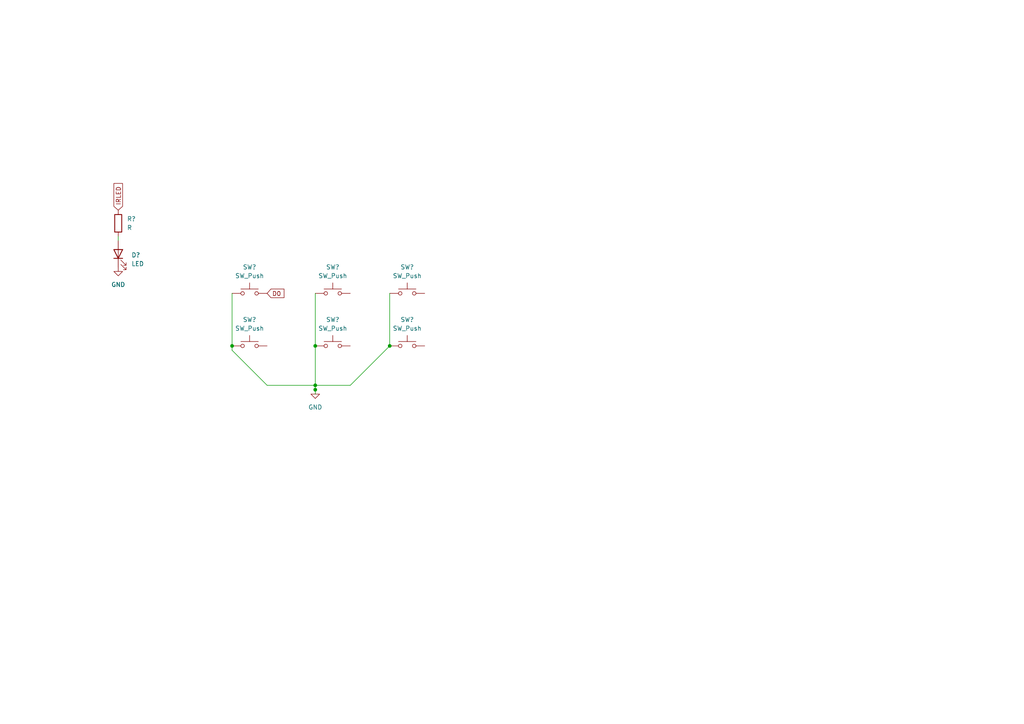
<source format=kicad_sch>
(kicad_sch (version 20231120) (generator "eeschema") (generator_version "8.0")
  (paper "A4")
  (lib_symbols
    (symbol "Device:LED" (pin_numbers hide) (pin_names (offset 1.016) hide)
      (property "Reference" "D" (at 0 2.54 0))
      (property "Value" "LED" (at 0 -2.54 0))
      (symbol "LED_0_1"
        (polyline (pts (xy -1.27 -1.27) (xy -1.27 1.27)) (stroke (width 0.254)))
        (polyline (pts (xy -1.27 0) (xy 1.27 0)))
        (polyline (pts (xy 1.27 -1.27) (xy 1.27 1.27) (xy -1.27 0) (xy 1.27 -1.27)) (stroke (width 0.254)))
        (polyline (pts (xy -3.048 -0.762) (xy -4.572 -2.286) (xy -3.81 -2.286) (xy -4.572 -2.286) (xy -4.572 -1.524)))
        (polyline (pts (xy -1.778 -0.762) (xy -3.302 -2.286) (xy -2.54 -2.286) (xy -3.302 -2.286) (xy -3.302 -1.524)))
      )
      (symbol "LED_1_1"
        (pin passive line (at -3.81 0 0) (length 2.54) (name "K") (number "1"))
        (pin passive line (at 3.81 0 180) (length 2.54) (name "A") (number "2"))
      )
    )
    (symbol "Device:R" (pin_numbers hide) (pin_names (offset 0))
      (property "Reference" "R" (at 2.032 0 90))
      (property "Value" "R" (at 0 0 90))
      (symbol "R_0_1"
        (rectangle (start -1.016 -2.54) (end 1.016 2.54) (stroke (width 0.254)))
      )
      (symbol "R_1_1"
        (pin passive line (at 0 3.81 270) (length 1.27) (name "~") (number "1"))
        (pin passive line (at 0 -3.81 90) (length 1.27) (name "~") (number "2"))
      )
    )
    (symbol "Switch:SW_Push" (pin_numbers hide) (pin_names (offset 1.016) hide)
      (property "Reference" "SW" (at 1.27 2.54 0))
      (property "Value" "SW_Push" (at 0 -1.524 0))
      (symbol "SW_Push_0_1"
        (circle (center -2.032 0) (radius 0.508))
        (polyline (pts (xy 0 1.27) (xy 0 3.048)))
        (polyline (pts (xy 2.54 1.27) (xy -2.54 1.27)))
        (circle (center 2.032 0) (radius 0.508))
        (pin passive line (at -5.08 0 0) (length 2.54) (name "1") (number "1"))
        (pin passive line (at 5.08 0 180) (length 2.54) (name "2") (number "2"))
      )
    )
    (symbol "power:GND" (power) (pin_numbers hide) (pin_names (offset 0) hide)
      (property "Value" "GND" (at 0 -3.81 0))
      (symbol "GND_0_1"
        (polyline (pts (xy 0 0) (xy 0 -1.27) (xy 1.27 -1.27) (xy 0 -2.54) (xy -1.27 -1.27) (xy 0 -1.27)))
      )
      (symbol "GND_1_1"
        (pin power_in line (at 0 0 270) (length 0) (name "~") (number "1"))
      )
    )
  )
  (junction (at 113.03 100.33))
  (junction (at 67.31 100.33))
  (junction (at 91.44 111.76))
  (junction (at 91.44 113.03))
  (junction (at 91.44 100.33))
  (wire (pts (xy 67.31 85.09) (xy 67.31 100.33)))
  (wire (pts (xy 34.29 68.58) (xy 34.29 69.85)))
  (wire (pts (xy 101.6 111.76) (xy 113.03 100.33)))
  (wire (pts (xy 77.47 111.76) (xy 91.44 111.76)))
  (wire (pts (xy 91.44 111.76) (xy 91.44 113.03)))
  (wire (pts (xy 91.44 85.09) (xy 91.44 100.33)))
  (wire (pts (xy 113.03 85.09) (xy 113.03 100.33)))
  (wire (pts (xy 67.31 100.33) (xy 67.31 101.6)))
  (wire (pts (xy 91.44 111.76) (xy 101.6 111.76)))
  (wire (pts (xy 67.31 101.6) (xy 77.47 111.76)))
  (wire (pts (xy 91.44 113.03) (xy 91.44 114.3)))
  (wire (pts (xy 91.44 100.33) (xy 91.44 111.76)))
  (global_label "IRLED" (shape input) (at 34.29 60.96 90) (property "Intersheetrefs" "${INTERSHEET_REFS}" (effects (hide yes))))
  (global_label "D0" (shape input) (at 77.47 85.09 0) (property "Intersheetrefs" "${INTERSHEET_REFS}" (effects (hide yes))))
  (symbol (lib_id "Switch:SW_Push") (at 118.11 85.09 0) (unit 1)
    (property "Reference" "SW?" (at 118.11 77.47 0))
    (property "Value" "SW_Push" (at 118.11 80.01 0))
    (property "Description" "Push button switch, generic, two pins" (effects (hide yes)))
  )
  (symbol (lib_id "Device:LED") (at 34.29 73.66 90) (unit 1)
    (property "Reference" "D?" (at 38.1 73.9774 90) (effects (justify right)))
    (property "Value" "LED" (at 38.1 76.5174 90) (effects (justify right)))
    (property "Description" "Light emitting diode" (effects (hide yes)))
  )
  (symbol (lib_id "Switch:SW_Push") (at 96.52 85.09 0) (unit 1)
    (property "Reference" "SW?" (at 96.52 77.47 0))
    (property "Value" "SW_Push" (at 96.52 80.01 0))
    (property "Description" "Push button switch, generic, two pins" (effects (hide yes)))
  )
  (symbol (lib_id "Device:R") (at 34.29 64.77 0) (unit 1)
    (property "Reference" "R?" (at 36.83 63.4999 0) (effects (justify left)))
    (property "Value" "R" (at 36.83 66.0399 0) (effects (justify left)))
    (property "Description" "Resistor" (effects (hide yes)))
  )
  (symbol (lib_id "power:GND") (at 91.44 113.03 0) (unit 1)
    (property "Reference" "#PWR01" (effects (hide yes)))
    (property "Value" "GND" (at 91.44 118.11 0))
    (property "Description" "Power symbol creates a global label with name \"GND\" , ground" (effects (hide yes)))
  )
  (symbol (lib_id "Switch:SW_Push") (at 72.39 100.33 0) (unit 1)
    (property "Reference" "SW?" (at 72.39 92.71 0))
    (property "Value" "SW_Push" (at 72.39 95.25 0))
    (property "Description" "Push button switch, generic, two pins" (effects (hide yes)))
  )
  (symbol (lib_id "power:GND") (at 34.29 77.47 0) (unit 1)
    (property "Reference" "#PWR02" (effects (hide yes)))
    (property "Value" "GND" (at 34.29 82.55 0))
    (property "Description" "Power symbol creates a global label with name \"GND\" , ground" (effects (hide yes)))
  )
  (symbol (lib_id "Switch:SW_Push") (at 118.11 100.33 0) (unit 1)
    (property "Reference" "SW?" (at 118.11 92.71 0))
    (property "Value" "SW_Push" (at 118.11 95.25 0))
    (property "Description" "Push button switch, generic, two pins" (effects (hide yes)))
  )
  (symbol (lib_id "Switch:SW_Push") (at 96.52 100.33 0) (unit 1)
    (property "Reference" "SW?" (at 96.52 92.71 0))
    (property "Value" "SW_Push" (at 96.52 95.25 0))
    (property "Description" "Push button switch, generic, two pins" (effects (hide yes)))
  )
  (symbol (lib_id "Switch:SW_Push") (at 72.39 85.09 0) (unit 1)
    (property "Reference" "SW?" (at 72.39 77.47 0))
    (property "Value" "SW_Push" (at 72.39 80.01 0))
    (property "Description" "Push button switch, generic, two pins" (effects (hide yes)))
  )
)
</source>
